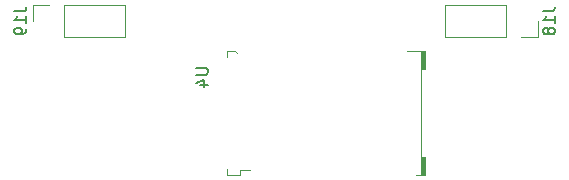
<source format=gbr>
G04 #@! TF.GenerationSoftware,KiCad,Pcbnew,9.0.2*
G04 #@! TF.CreationDate,2025-08-20T20:27:39-04:00*
G04 #@! TF.ProjectId,Trackball,54726163-6b62-4616-9c6c-2e6b69636164,rev?*
G04 #@! TF.SameCoordinates,Original*
G04 #@! TF.FileFunction,Legend,Bot*
G04 #@! TF.FilePolarity,Positive*
%FSLAX46Y46*%
G04 Gerber Fmt 4.6, Leading zero omitted, Abs format (unit mm)*
G04 Created by KiCad (PCBNEW 9.0.2) date 2025-08-20 20:27:39*
%MOMM*%
%LPD*%
G01*
G04 APERTURE LIST*
%ADD10C,0.150000*%
%ADD11C,0.120000*%
G04 APERTURE END LIST*
D10*
X107104819Y-169338095D02*
X107914342Y-169338095D01*
X107914342Y-169338095D02*
X108009580Y-169385714D01*
X108009580Y-169385714D02*
X108057200Y-169433333D01*
X108057200Y-169433333D02*
X108104819Y-169528571D01*
X108104819Y-169528571D02*
X108104819Y-169719047D01*
X108104819Y-169719047D02*
X108057200Y-169814285D01*
X108057200Y-169814285D02*
X108009580Y-169861904D01*
X108009580Y-169861904D02*
X107914342Y-169909523D01*
X107914342Y-169909523D02*
X107104819Y-169909523D01*
X107438152Y-170814285D02*
X108104819Y-170814285D01*
X107057200Y-170576190D02*
X107771485Y-170338095D01*
X107771485Y-170338095D02*
X107771485Y-170957142D01*
X91724819Y-164540476D02*
X92439104Y-164540476D01*
X92439104Y-164540476D02*
X92581961Y-164492857D01*
X92581961Y-164492857D02*
X92677200Y-164397619D01*
X92677200Y-164397619D02*
X92724819Y-164254762D01*
X92724819Y-164254762D02*
X92724819Y-164159524D01*
X92724819Y-165540476D02*
X92724819Y-164969048D01*
X92724819Y-165254762D02*
X91724819Y-165254762D01*
X91724819Y-165254762D02*
X91867676Y-165159524D01*
X91867676Y-165159524D02*
X91962914Y-165064286D01*
X91962914Y-165064286D02*
X92010533Y-164969048D01*
X92724819Y-166016667D02*
X92724819Y-166207143D01*
X92724819Y-166207143D02*
X92677200Y-166302381D01*
X92677200Y-166302381D02*
X92629580Y-166350000D01*
X92629580Y-166350000D02*
X92486723Y-166445238D01*
X92486723Y-166445238D02*
X92296247Y-166492857D01*
X92296247Y-166492857D02*
X91915295Y-166492857D01*
X91915295Y-166492857D02*
X91820057Y-166445238D01*
X91820057Y-166445238D02*
X91772438Y-166397619D01*
X91772438Y-166397619D02*
X91724819Y-166302381D01*
X91724819Y-166302381D02*
X91724819Y-166111905D01*
X91724819Y-166111905D02*
X91772438Y-166016667D01*
X91772438Y-166016667D02*
X91820057Y-165969048D01*
X91820057Y-165969048D02*
X91915295Y-165921429D01*
X91915295Y-165921429D02*
X92153390Y-165921429D01*
X92153390Y-165921429D02*
X92248628Y-165969048D01*
X92248628Y-165969048D02*
X92296247Y-166016667D01*
X92296247Y-166016667D02*
X92343866Y-166111905D01*
X92343866Y-166111905D02*
X92343866Y-166302381D01*
X92343866Y-166302381D02*
X92296247Y-166397619D01*
X92296247Y-166397619D02*
X92248628Y-166445238D01*
X92248628Y-166445238D02*
X92153390Y-166492857D01*
X136484819Y-164540476D02*
X137199104Y-164540476D01*
X137199104Y-164540476D02*
X137341961Y-164492857D01*
X137341961Y-164492857D02*
X137437200Y-164397619D01*
X137437200Y-164397619D02*
X137484819Y-164254762D01*
X137484819Y-164254762D02*
X137484819Y-164159524D01*
X137484819Y-165540476D02*
X137484819Y-164969048D01*
X137484819Y-165254762D02*
X136484819Y-165254762D01*
X136484819Y-165254762D02*
X136627676Y-165159524D01*
X136627676Y-165159524D02*
X136722914Y-165064286D01*
X136722914Y-165064286D02*
X136770533Y-164969048D01*
X136913390Y-166111905D02*
X136865771Y-166016667D01*
X136865771Y-166016667D02*
X136818152Y-165969048D01*
X136818152Y-165969048D02*
X136722914Y-165921429D01*
X136722914Y-165921429D02*
X136675295Y-165921429D01*
X136675295Y-165921429D02*
X136580057Y-165969048D01*
X136580057Y-165969048D02*
X136532438Y-166016667D01*
X136532438Y-166016667D02*
X136484819Y-166111905D01*
X136484819Y-166111905D02*
X136484819Y-166302381D01*
X136484819Y-166302381D02*
X136532438Y-166397619D01*
X136532438Y-166397619D02*
X136580057Y-166445238D01*
X136580057Y-166445238D02*
X136675295Y-166492857D01*
X136675295Y-166492857D02*
X136722914Y-166492857D01*
X136722914Y-166492857D02*
X136818152Y-166445238D01*
X136818152Y-166445238D02*
X136865771Y-166397619D01*
X136865771Y-166397619D02*
X136913390Y-166302381D01*
X136913390Y-166302381D02*
X136913390Y-166111905D01*
X136913390Y-166111905D02*
X136961009Y-166016667D01*
X136961009Y-166016667D02*
X137008628Y-165969048D01*
X137008628Y-165969048D02*
X137103866Y-165921429D01*
X137103866Y-165921429D02*
X137294342Y-165921429D01*
X137294342Y-165921429D02*
X137389580Y-165969048D01*
X137389580Y-165969048D02*
X137437200Y-166016667D01*
X137437200Y-166016667D02*
X137484819Y-166111905D01*
X137484819Y-166111905D02*
X137484819Y-166302381D01*
X137484819Y-166302381D02*
X137437200Y-166397619D01*
X137437200Y-166397619D02*
X137389580Y-166445238D01*
X137389580Y-166445238D02*
X137294342Y-166492857D01*
X137294342Y-166492857D02*
X137103866Y-166492857D01*
X137103866Y-166492857D02*
X137008628Y-166445238D01*
X137008628Y-166445238D02*
X136961009Y-166397619D01*
X136961009Y-166397619D02*
X136913390Y-166302381D01*
D11*
X109700000Y-167900000D02*
X109700000Y-168400000D01*
X109700000Y-167900000D02*
X110400000Y-167900000D01*
X109700000Y-178400000D02*
X109700000Y-177900000D01*
X109700000Y-178400000D02*
X110850000Y-178400000D01*
X110400000Y-167900000D02*
X110600000Y-168100000D01*
X110850000Y-178000000D02*
X111650000Y-178000000D01*
X110850000Y-178400000D02*
X110850000Y-178000000D01*
X124950000Y-167900000D02*
X126450000Y-167900000D01*
X125700000Y-178400000D02*
X126450000Y-178400000D01*
X126149600Y-169450000D02*
X126149600Y-176850000D01*
X126450000Y-167900000D02*
X126149600Y-167900000D01*
X126149600Y-169450000D01*
X126450000Y-169450000D01*
X126450000Y-167900000D01*
G36*
X126450000Y-167900000D02*
G01*
X126149600Y-167900000D01*
X126149600Y-169450000D01*
X126450000Y-169450000D01*
X126450000Y-167900000D01*
G37*
X126450000Y-176850000D02*
X126149600Y-176850000D01*
X126149600Y-178400000D01*
X126450000Y-178400000D01*
X126450000Y-176850000D01*
G36*
X126450000Y-176850000D02*
G01*
X126149600Y-176850000D01*
X126149600Y-178400000D01*
X126450000Y-178400000D01*
X126450000Y-176850000D01*
G37*
X93270000Y-163970000D02*
X93270000Y-165350000D01*
X94650000Y-163970000D02*
X93270000Y-163970000D01*
X95920000Y-163970000D02*
X95920000Y-166730000D01*
X95920000Y-163970000D02*
X101110000Y-163970000D01*
X95920000Y-166730000D02*
X101110000Y-166730000D01*
X101110000Y-163970000D02*
X101110000Y-166730000D01*
X128190000Y-166730000D02*
X128190000Y-163970000D01*
X133380000Y-163970000D02*
X128190000Y-163970000D01*
X133380000Y-166730000D02*
X128190000Y-166730000D01*
X133380000Y-166730000D02*
X133380000Y-163970000D01*
X134650000Y-166730000D02*
X136030000Y-166730000D01*
X136030000Y-166730000D02*
X136030000Y-165350000D01*
M02*

</source>
